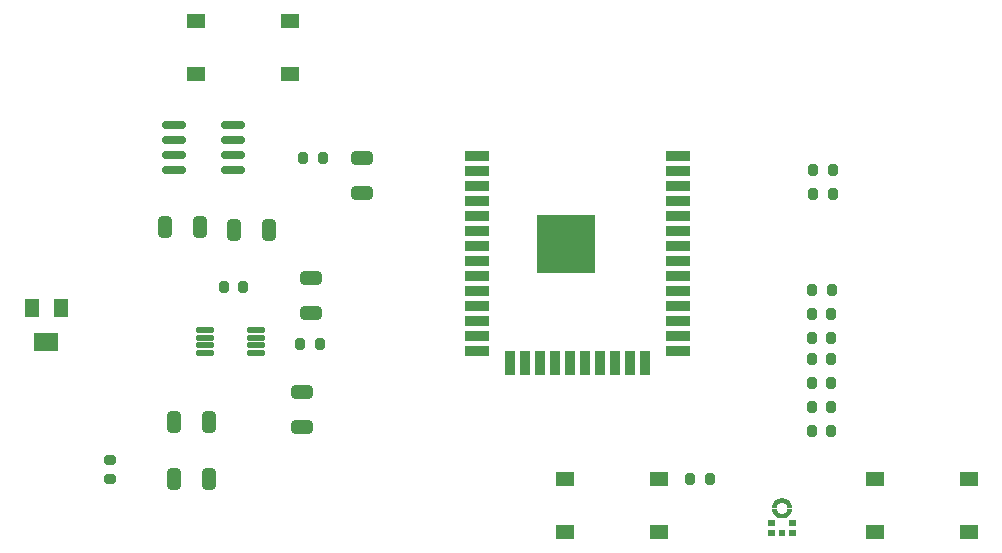
<source format=gbr>
%TF.GenerationSoftware,KiCad,Pcbnew,(6.0.0-rc1-19-g83300c0b61)*%
%TF.CreationDate,2021-11-25T18:24:13-08:00*%
%TF.ProjectId,autotunemic,6175746f-7475-46e6-956d-69632e6b6963,rev?*%
%TF.SameCoordinates,Original*%
%TF.FileFunction,Paste,Top*%
%TF.FilePolarity,Positive*%
%FSLAX46Y46*%
G04 Gerber Fmt 4.6, Leading zero omitted, Abs format (unit mm)*
G04 Created by KiCad (PCBNEW (6.0.0-rc1-19-g83300c0b61)) date 2021-11-25 18:24:13*
%MOMM*%
%LPD*%
G01*
G04 APERTURE LIST*
G04 Aperture macros list*
%AMRoundRect*
0 Rectangle with rounded corners*
0 $1 Rounding radius*
0 $2 $3 $4 $5 $6 $7 $8 $9 X,Y pos of 4 corners*
0 Add a 4 corners polygon primitive as box body*
4,1,4,$2,$3,$4,$5,$6,$7,$8,$9,$2,$3,0*
0 Add four circle primitives for the rounded corners*
1,1,$1+$1,$2,$3*
1,1,$1+$1,$4,$5*
1,1,$1+$1,$6,$7*
1,1,$1+$1,$8,$9*
0 Add four rect primitives between the rounded corners*
20,1,$1+$1,$2,$3,$4,$5,0*
20,1,$1+$1,$4,$5,$6,$7,0*
20,1,$1+$1,$6,$7,$8,$9,0*
20,1,$1+$1,$8,$9,$2,$3,0*%
G04 Aperture macros list end*
%ADD10C,0.001000*%
%ADD11R,1.550000X1.300000*%
%ADD12RoundRect,0.200000X0.200000X0.275000X-0.200000X0.275000X-0.200000X-0.275000X0.200000X-0.275000X0*%
%ADD13RoundRect,0.200000X-0.200000X-0.275000X0.200000X-0.275000X0.200000X0.275000X-0.200000X0.275000X0*%
%ADD14RoundRect,0.250000X0.650000X-0.325000X0.650000X0.325000X-0.650000X0.325000X-0.650000X-0.325000X0*%
%ADD15RoundRect,0.250000X0.325000X0.650000X-0.325000X0.650000X-0.325000X-0.650000X0.325000X-0.650000X0*%
%ADD16RoundRect,0.028800X-0.706200X-0.211200X0.706200X-0.211200X0.706200X0.211200X-0.706200X0.211200X0*%
%ADD17RoundRect,0.250000X-0.325000X-0.650000X0.325000X-0.650000X0.325000X0.650000X-0.325000X0.650000X0*%
%ADD18RoundRect,0.250000X-0.650000X0.325000X-0.650000X-0.325000X0.650000X-0.325000X0.650000X0.325000X0*%
%ADD19R,1.300000X1.600000*%
%ADD20R,2.000000X1.600000*%
%ADD21R,2.000000X0.900000*%
%ADD22R,0.900000X2.000000*%
%ADD23R,5.000000X5.000000*%
%ADD24RoundRect,0.200000X0.275000X-0.200000X0.275000X0.200000X-0.275000X0.200000X-0.275000X-0.200000X0*%
%ADD25RoundRect,0.150000X0.825000X0.150000X-0.825000X0.150000X-0.825000X-0.150000X0.825000X-0.150000X0*%
G04 APERTURE END LIST*
D10*
%TO.C,MK_mic1*%
X171908000Y-151548000D02*
X171887000Y-151546000D01*
X171887000Y-151546000D02*
X171863000Y-151542000D01*
X171863000Y-151542000D02*
X171840000Y-151537000D01*
X171840000Y-151537000D02*
X171817000Y-151531000D01*
X171817000Y-151531000D02*
X171795000Y-151524000D01*
X171795000Y-151524000D02*
X171772000Y-151516000D01*
X171772000Y-151516000D02*
X171750000Y-151507000D01*
X171750000Y-151507000D02*
X171729000Y-151497000D01*
X171729000Y-151497000D02*
X171708000Y-151486000D01*
X171708000Y-151486000D02*
X171688000Y-151474000D01*
X171688000Y-151474000D02*
X171668000Y-151461000D01*
X171668000Y-151461000D02*
X171648000Y-151448000D01*
X171648000Y-151448000D02*
X171630000Y-151433000D01*
X171630000Y-151433000D02*
X171612000Y-151417000D01*
X171612000Y-151417000D02*
X171595000Y-151401000D01*
X171595000Y-151401000D02*
X171579000Y-151384000D01*
X171579000Y-151384000D02*
X171563000Y-151366000D01*
X171563000Y-151366000D02*
X171548000Y-151348000D01*
X171548000Y-151348000D02*
X171535000Y-151328000D01*
X171535000Y-151328000D02*
X171522000Y-151308000D01*
X171522000Y-151308000D02*
X171510000Y-151288000D01*
X171510000Y-151288000D02*
X171499000Y-151267000D01*
X171499000Y-151267000D02*
X171489000Y-151246000D01*
X171489000Y-151246000D02*
X171480000Y-151224000D01*
X171480000Y-151224000D02*
X171472000Y-151201000D01*
X171472000Y-151201000D02*
X171465000Y-151179000D01*
X171465000Y-151179000D02*
X171459000Y-151156000D01*
X171459000Y-151156000D02*
X171454000Y-151133000D01*
X171454000Y-151133000D02*
X171450000Y-151109000D01*
X171450000Y-151109000D02*
X171448000Y-151088000D01*
X171448000Y-151088000D02*
X171148000Y-151088000D01*
X171148000Y-151088000D02*
X171151000Y-151127000D01*
X171151000Y-151127000D02*
X171156000Y-151165000D01*
X171156000Y-151165000D02*
X171163000Y-151204000D01*
X171163000Y-151204000D02*
X171171000Y-151242000D01*
X171171000Y-151242000D02*
X171182000Y-151280000D01*
X171182000Y-151280000D02*
X171194000Y-151318000D01*
X171194000Y-151318000D02*
X171209000Y-151354000D01*
X171209000Y-151354000D02*
X171225000Y-151390000D01*
X171225000Y-151390000D02*
X171242000Y-151425000D01*
X171242000Y-151425000D02*
X171262000Y-151459000D01*
X171262000Y-151459000D02*
X171283000Y-151492000D01*
X171283000Y-151492000D02*
X171305000Y-151525000D01*
X171305000Y-151525000D02*
X171330000Y-151556000D01*
X171330000Y-151556000D02*
X171355000Y-151585000D01*
X171355000Y-151585000D02*
X171382000Y-151614000D01*
X171382000Y-151614000D02*
X171411000Y-151641000D01*
X171411000Y-151641000D02*
X171440000Y-151666000D01*
X171440000Y-151666000D02*
X171471000Y-151691000D01*
X171471000Y-151691000D02*
X171504000Y-151713000D01*
X171504000Y-151713000D02*
X171537000Y-151734000D01*
X171537000Y-151734000D02*
X171571000Y-151754000D01*
X171571000Y-151754000D02*
X171606000Y-151771000D01*
X171606000Y-151771000D02*
X171642000Y-151787000D01*
X171642000Y-151787000D02*
X171678000Y-151802000D01*
X171678000Y-151802000D02*
X171716000Y-151814000D01*
X171716000Y-151814000D02*
X171754000Y-151825000D01*
X171754000Y-151825000D02*
X171792000Y-151833000D01*
X171792000Y-151833000D02*
X171831000Y-151840000D01*
X171831000Y-151840000D02*
X171869000Y-151845000D01*
X171869000Y-151845000D02*
X171908000Y-151848000D01*
X171908000Y-151848000D02*
X171908000Y-151548000D01*
X171908000Y-151548000D02*
X171908000Y-151548000D01*
G36*
X171450000Y-151109000D02*
G01*
X171454000Y-151133000D01*
X171459000Y-151156000D01*
X171465000Y-151179000D01*
X171472000Y-151201000D01*
X171480000Y-151224000D01*
X171489000Y-151246000D01*
X171499000Y-151267000D01*
X171510000Y-151288000D01*
X171522000Y-151308000D01*
X171548000Y-151348000D01*
X171563000Y-151366000D01*
X171579000Y-151384000D01*
X171595000Y-151401000D01*
X171612000Y-151417000D01*
X171630000Y-151433000D01*
X171648000Y-151448000D01*
X171688000Y-151474000D01*
X171708000Y-151486000D01*
X171729000Y-151497000D01*
X171750000Y-151507000D01*
X171772000Y-151516000D01*
X171795000Y-151524000D01*
X171817000Y-151531000D01*
X171840000Y-151537000D01*
X171863000Y-151542000D01*
X171887000Y-151546000D01*
X171908000Y-151548000D01*
X171908000Y-151848000D01*
X171869000Y-151845000D01*
X171831000Y-151840000D01*
X171792000Y-151833000D01*
X171754000Y-151825000D01*
X171716000Y-151814000D01*
X171678000Y-151802000D01*
X171642000Y-151787000D01*
X171606000Y-151771000D01*
X171571000Y-151754000D01*
X171537000Y-151734000D01*
X171504000Y-151713000D01*
X171471000Y-151691000D01*
X171440000Y-151666000D01*
X171411000Y-151641000D01*
X171382000Y-151614000D01*
X171355000Y-151585000D01*
X171330000Y-151556000D01*
X171305000Y-151525000D01*
X171283000Y-151492000D01*
X171262000Y-151459000D01*
X171242000Y-151425000D01*
X171225000Y-151390000D01*
X171209000Y-151354000D01*
X171194000Y-151318000D01*
X171182000Y-151280000D01*
X171171000Y-151242000D01*
X171163000Y-151204000D01*
X171156000Y-151165000D01*
X171151000Y-151127000D01*
X171148000Y-151088000D01*
X171448000Y-151088000D01*
X171450000Y-151109000D01*
G37*
X171450000Y-151109000D02*
X171454000Y-151133000D01*
X171459000Y-151156000D01*
X171465000Y-151179000D01*
X171472000Y-151201000D01*
X171480000Y-151224000D01*
X171489000Y-151246000D01*
X171499000Y-151267000D01*
X171510000Y-151288000D01*
X171522000Y-151308000D01*
X171548000Y-151348000D01*
X171563000Y-151366000D01*
X171579000Y-151384000D01*
X171595000Y-151401000D01*
X171612000Y-151417000D01*
X171630000Y-151433000D01*
X171648000Y-151448000D01*
X171688000Y-151474000D01*
X171708000Y-151486000D01*
X171729000Y-151497000D01*
X171750000Y-151507000D01*
X171772000Y-151516000D01*
X171795000Y-151524000D01*
X171817000Y-151531000D01*
X171840000Y-151537000D01*
X171863000Y-151542000D01*
X171887000Y-151546000D01*
X171908000Y-151548000D01*
X171908000Y-151848000D01*
X171869000Y-151845000D01*
X171831000Y-151840000D01*
X171792000Y-151833000D01*
X171754000Y-151825000D01*
X171716000Y-151814000D01*
X171678000Y-151802000D01*
X171642000Y-151787000D01*
X171606000Y-151771000D01*
X171571000Y-151754000D01*
X171537000Y-151734000D01*
X171504000Y-151713000D01*
X171471000Y-151691000D01*
X171440000Y-151666000D01*
X171411000Y-151641000D01*
X171382000Y-151614000D01*
X171355000Y-151585000D01*
X171330000Y-151556000D01*
X171305000Y-151525000D01*
X171283000Y-151492000D01*
X171262000Y-151459000D01*
X171242000Y-151425000D01*
X171225000Y-151390000D01*
X171209000Y-151354000D01*
X171194000Y-151318000D01*
X171182000Y-151280000D01*
X171171000Y-151242000D01*
X171163000Y-151204000D01*
X171156000Y-151165000D01*
X171151000Y-151127000D01*
X171148000Y-151088000D01*
X171448000Y-151088000D01*
X171450000Y-151109000D01*
X172608000Y-152501000D02*
X172608000Y-152079000D01*
X172608000Y-152079000D02*
X173108000Y-152079000D01*
X173108000Y-152079000D02*
X173108000Y-152501000D01*
X173108000Y-152501000D02*
X172608000Y-152501000D01*
G36*
X173108000Y-152501000D02*
G01*
X172608000Y-152501000D01*
X172608000Y-152079000D01*
X173108000Y-152079000D01*
X173108000Y-152501000D01*
G37*
X173108000Y-152501000D02*
X172608000Y-152501000D01*
X172608000Y-152079000D01*
X173108000Y-152079000D01*
X173108000Y-152501000D01*
X172468000Y-151088000D02*
X172466000Y-151109000D01*
X172466000Y-151109000D02*
X172462000Y-151133000D01*
X172462000Y-151133000D02*
X172457000Y-151156000D01*
X172457000Y-151156000D02*
X172451000Y-151179000D01*
X172451000Y-151179000D02*
X172444000Y-151201000D01*
X172444000Y-151201000D02*
X172436000Y-151224000D01*
X172436000Y-151224000D02*
X172427000Y-151246000D01*
X172427000Y-151246000D02*
X172417000Y-151267000D01*
X172417000Y-151267000D02*
X172406000Y-151288000D01*
X172406000Y-151288000D02*
X172394000Y-151308000D01*
X172394000Y-151308000D02*
X172381000Y-151328000D01*
X172381000Y-151328000D02*
X172368000Y-151348000D01*
X172368000Y-151348000D02*
X172353000Y-151366000D01*
X172353000Y-151366000D02*
X172337000Y-151384000D01*
X172337000Y-151384000D02*
X172321000Y-151401000D01*
X172321000Y-151401000D02*
X172304000Y-151417000D01*
X172304000Y-151417000D02*
X172286000Y-151433000D01*
X172286000Y-151433000D02*
X172268000Y-151448000D01*
X172268000Y-151448000D02*
X172248000Y-151461000D01*
X172248000Y-151461000D02*
X172228000Y-151474000D01*
X172228000Y-151474000D02*
X172208000Y-151486000D01*
X172208000Y-151486000D02*
X172187000Y-151497000D01*
X172187000Y-151497000D02*
X172166000Y-151507000D01*
X172166000Y-151507000D02*
X172144000Y-151516000D01*
X172144000Y-151516000D02*
X172121000Y-151524000D01*
X172121000Y-151524000D02*
X172099000Y-151531000D01*
X172099000Y-151531000D02*
X172076000Y-151537000D01*
X172076000Y-151537000D02*
X172053000Y-151542000D01*
X172053000Y-151542000D02*
X172029000Y-151546000D01*
X172029000Y-151546000D02*
X172008000Y-151548000D01*
X172008000Y-151548000D02*
X172008000Y-151848000D01*
X172008000Y-151848000D02*
X172047000Y-151845000D01*
X172047000Y-151845000D02*
X172085000Y-151840000D01*
X172085000Y-151840000D02*
X172124000Y-151833000D01*
X172124000Y-151833000D02*
X172162000Y-151825000D01*
X172162000Y-151825000D02*
X172200000Y-151814000D01*
X172200000Y-151814000D02*
X172238000Y-151802000D01*
X172238000Y-151802000D02*
X172274000Y-151787000D01*
X172274000Y-151787000D02*
X172310000Y-151771000D01*
X172310000Y-151771000D02*
X172345000Y-151754000D01*
X172345000Y-151754000D02*
X172379000Y-151734000D01*
X172379000Y-151734000D02*
X172412000Y-151713000D01*
X172412000Y-151713000D02*
X172445000Y-151691000D01*
X172445000Y-151691000D02*
X172476000Y-151666000D01*
X172476000Y-151666000D02*
X172505000Y-151641000D01*
X172505000Y-151641000D02*
X172534000Y-151614000D01*
X172534000Y-151614000D02*
X172561000Y-151585000D01*
X172561000Y-151585000D02*
X172586000Y-151556000D01*
X172586000Y-151556000D02*
X172611000Y-151525000D01*
X172611000Y-151525000D02*
X172633000Y-151492000D01*
X172633000Y-151492000D02*
X172654000Y-151459000D01*
X172654000Y-151459000D02*
X172674000Y-151425000D01*
X172674000Y-151425000D02*
X172691000Y-151390000D01*
X172691000Y-151390000D02*
X172707000Y-151354000D01*
X172707000Y-151354000D02*
X172722000Y-151318000D01*
X172722000Y-151318000D02*
X172734000Y-151280000D01*
X172734000Y-151280000D02*
X172745000Y-151242000D01*
X172745000Y-151242000D02*
X172753000Y-151204000D01*
X172753000Y-151204000D02*
X172760000Y-151165000D01*
X172760000Y-151165000D02*
X172765000Y-151127000D01*
X172765000Y-151127000D02*
X172768000Y-151088000D01*
X172768000Y-151088000D02*
X172468000Y-151088000D01*
X172468000Y-151088000D02*
X172468000Y-151088000D01*
G36*
X172765000Y-151127000D02*
G01*
X172760000Y-151165000D01*
X172753000Y-151204000D01*
X172745000Y-151242000D01*
X172734000Y-151280000D01*
X172722000Y-151318000D01*
X172707000Y-151354000D01*
X172691000Y-151390000D01*
X172674000Y-151425000D01*
X172654000Y-151459000D01*
X172633000Y-151492000D01*
X172611000Y-151525000D01*
X172586000Y-151556000D01*
X172561000Y-151585000D01*
X172534000Y-151614000D01*
X172505000Y-151641000D01*
X172476000Y-151666000D01*
X172445000Y-151691000D01*
X172412000Y-151713000D01*
X172379000Y-151734000D01*
X172345000Y-151754000D01*
X172310000Y-151771000D01*
X172274000Y-151787000D01*
X172238000Y-151802000D01*
X172200000Y-151814000D01*
X172162000Y-151825000D01*
X172124000Y-151833000D01*
X172085000Y-151840000D01*
X172047000Y-151845000D01*
X172008000Y-151848000D01*
X172008000Y-151548000D01*
X172029000Y-151546000D01*
X172053000Y-151542000D01*
X172076000Y-151537000D01*
X172099000Y-151531000D01*
X172121000Y-151524000D01*
X172144000Y-151516000D01*
X172166000Y-151507000D01*
X172187000Y-151497000D01*
X172208000Y-151486000D01*
X172228000Y-151474000D01*
X172268000Y-151448000D01*
X172286000Y-151433000D01*
X172304000Y-151417000D01*
X172321000Y-151401000D01*
X172337000Y-151384000D01*
X172353000Y-151366000D01*
X172368000Y-151348000D01*
X172394000Y-151308000D01*
X172406000Y-151288000D01*
X172417000Y-151267000D01*
X172427000Y-151246000D01*
X172436000Y-151224000D01*
X172444000Y-151201000D01*
X172451000Y-151179000D01*
X172457000Y-151156000D01*
X172462000Y-151133000D01*
X172466000Y-151109000D01*
X172468000Y-151088000D01*
X172768000Y-151088000D01*
X172765000Y-151127000D01*
G37*
X172765000Y-151127000D02*
X172760000Y-151165000D01*
X172753000Y-151204000D01*
X172745000Y-151242000D01*
X172734000Y-151280000D01*
X172722000Y-151318000D01*
X172707000Y-151354000D01*
X172691000Y-151390000D01*
X172674000Y-151425000D01*
X172654000Y-151459000D01*
X172633000Y-151492000D01*
X172611000Y-151525000D01*
X172586000Y-151556000D01*
X172561000Y-151585000D01*
X172534000Y-151614000D01*
X172505000Y-151641000D01*
X172476000Y-151666000D01*
X172445000Y-151691000D01*
X172412000Y-151713000D01*
X172379000Y-151734000D01*
X172345000Y-151754000D01*
X172310000Y-151771000D01*
X172274000Y-151787000D01*
X172238000Y-151802000D01*
X172200000Y-151814000D01*
X172162000Y-151825000D01*
X172124000Y-151833000D01*
X172085000Y-151840000D01*
X172047000Y-151845000D01*
X172008000Y-151848000D01*
X172008000Y-151548000D01*
X172029000Y-151546000D01*
X172053000Y-151542000D01*
X172076000Y-151537000D01*
X172099000Y-151531000D01*
X172121000Y-151524000D01*
X172144000Y-151516000D01*
X172166000Y-151507000D01*
X172187000Y-151497000D01*
X172208000Y-151486000D01*
X172228000Y-151474000D01*
X172268000Y-151448000D01*
X172286000Y-151433000D01*
X172304000Y-151417000D01*
X172321000Y-151401000D01*
X172337000Y-151384000D01*
X172353000Y-151366000D01*
X172368000Y-151348000D01*
X172394000Y-151308000D01*
X172406000Y-151288000D01*
X172417000Y-151267000D01*
X172427000Y-151246000D01*
X172436000Y-151224000D01*
X172444000Y-151201000D01*
X172451000Y-151179000D01*
X172457000Y-151156000D01*
X172462000Y-151133000D01*
X172466000Y-151109000D01*
X172468000Y-151088000D01*
X172768000Y-151088000D01*
X172765000Y-151127000D01*
X171448000Y-150988000D02*
X171450000Y-150967000D01*
X171450000Y-150967000D02*
X171454000Y-150943000D01*
X171454000Y-150943000D02*
X171459000Y-150920000D01*
X171459000Y-150920000D02*
X171465000Y-150897000D01*
X171465000Y-150897000D02*
X171472000Y-150875000D01*
X171472000Y-150875000D02*
X171480000Y-150852000D01*
X171480000Y-150852000D02*
X171489000Y-150830000D01*
X171489000Y-150830000D02*
X171499000Y-150809000D01*
X171499000Y-150809000D02*
X171510000Y-150788000D01*
X171510000Y-150788000D02*
X171522000Y-150768000D01*
X171522000Y-150768000D02*
X171535000Y-150748000D01*
X171535000Y-150748000D02*
X171548000Y-150728000D01*
X171548000Y-150728000D02*
X171563000Y-150710000D01*
X171563000Y-150710000D02*
X171579000Y-150692000D01*
X171579000Y-150692000D02*
X171595000Y-150675000D01*
X171595000Y-150675000D02*
X171612000Y-150659000D01*
X171612000Y-150659000D02*
X171630000Y-150643000D01*
X171630000Y-150643000D02*
X171648000Y-150628000D01*
X171648000Y-150628000D02*
X171668000Y-150615000D01*
X171668000Y-150615000D02*
X171688000Y-150602000D01*
X171688000Y-150602000D02*
X171708000Y-150590000D01*
X171708000Y-150590000D02*
X171729000Y-150579000D01*
X171729000Y-150579000D02*
X171750000Y-150569000D01*
X171750000Y-150569000D02*
X171772000Y-150560000D01*
X171772000Y-150560000D02*
X171795000Y-150552000D01*
X171795000Y-150552000D02*
X171817000Y-150545000D01*
X171817000Y-150545000D02*
X171840000Y-150539000D01*
X171840000Y-150539000D02*
X171863000Y-150534000D01*
X171863000Y-150534000D02*
X171887000Y-150530000D01*
X171887000Y-150530000D02*
X171908000Y-150528000D01*
X171908000Y-150528000D02*
X171908000Y-150228000D01*
X171908000Y-150228000D02*
X171869000Y-150231000D01*
X171869000Y-150231000D02*
X171831000Y-150236000D01*
X171831000Y-150236000D02*
X171792000Y-150243000D01*
X171792000Y-150243000D02*
X171754000Y-150251000D01*
X171754000Y-150251000D02*
X171716000Y-150262000D01*
X171716000Y-150262000D02*
X171678000Y-150274000D01*
X171678000Y-150274000D02*
X171642000Y-150289000D01*
X171642000Y-150289000D02*
X171606000Y-150305000D01*
X171606000Y-150305000D02*
X171571000Y-150322000D01*
X171571000Y-150322000D02*
X171537000Y-150342000D01*
X171537000Y-150342000D02*
X171504000Y-150363000D01*
X171504000Y-150363000D02*
X171471000Y-150385000D01*
X171471000Y-150385000D02*
X171440000Y-150410000D01*
X171440000Y-150410000D02*
X171411000Y-150435000D01*
X171411000Y-150435000D02*
X171382000Y-150462000D01*
X171382000Y-150462000D02*
X171355000Y-150491000D01*
X171355000Y-150491000D02*
X171330000Y-150520000D01*
X171330000Y-150520000D02*
X171305000Y-150551000D01*
X171305000Y-150551000D02*
X171283000Y-150584000D01*
X171283000Y-150584000D02*
X171262000Y-150617000D01*
X171262000Y-150617000D02*
X171242000Y-150651000D01*
X171242000Y-150651000D02*
X171225000Y-150686000D01*
X171225000Y-150686000D02*
X171209000Y-150722000D01*
X171209000Y-150722000D02*
X171194000Y-150758000D01*
X171194000Y-150758000D02*
X171182000Y-150796000D01*
X171182000Y-150796000D02*
X171171000Y-150834000D01*
X171171000Y-150834000D02*
X171163000Y-150872000D01*
X171163000Y-150872000D02*
X171156000Y-150911000D01*
X171156000Y-150911000D02*
X171151000Y-150949000D01*
X171151000Y-150949000D02*
X171148000Y-150988000D01*
X171148000Y-150988000D02*
X171448000Y-150988000D01*
X171448000Y-150988000D02*
X171448000Y-150988000D01*
G36*
X171908000Y-150528000D02*
G01*
X171887000Y-150530000D01*
X171863000Y-150534000D01*
X171840000Y-150539000D01*
X171817000Y-150545000D01*
X171795000Y-150552000D01*
X171772000Y-150560000D01*
X171750000Y-150569000D01*
X171729000Y-150579000D01*
X171708000Y-150590000D01*
X171688000Y-150602000D01*
X171648000Y-150628000D01*
X171630000Y-150643000D01*
X171612000Y-150659000D01*
X171595000Y-150675000D01*
X171579000Y-150692000D01*
X171563000Y-150710000D01*
X171548000Y-150728000D01*
X171522000Y-150768000D01*
X171510000Y-150788000D01*
X171499000Y-150809000D01*
X171489000Y-150830000D01*
X171480000Y-150852000D01*
X171472000Y-150875000D01*
X171465000Y-150897000D01*
X171459000Y-150920000D01*
X171454000Y-150943000D01*
X171450000Y-150967000D01*
X171448000Y-150988000D01*
X171148000Y-150988000D01*
X171151000Y-150949000D01*
X171156000Y-150911000D01*
X171163000Y-150872000D01*
X171171000Y-150834000D01*
X171182000Y-150796000D01*
X171194000Y-150758000D01*
X171209000Y-150722000D01*
X171225000Y-150686000D01*
X171242000Y-150651000D01*
X171262000Y-150617000D01*
X171283000Y-150584000D01*
X171305000Y-150551000D01*
X171330000Y-150520000D01*
X171355000Y-150491000D01*
X171382000Y-150462000D01*
X171411000Y-150435000D01*
X171440000Y-150410000D01*
X171471000Y-150385000D01*
X171504000Y-150363000D01*
X171537000Y-150342000D01*
X171571000Y-150322000D01*
X171606000Y-150305000D01*
X171642000Y-150289000D01*
X171678000Y-150274000D01*
X171716000Y-150262000D01*
X171754000Y-150251000D01*
X171792000Y-150243000D01*
X171831000Y-150236000D01*
X171869000Y-150231000D01*
X171908000Y-150228000D01*
X171908000Y-150528000D01*
G37*
X171908000Y-150528000D02*
X171887000Y-150530000D01*
X171863000Y-150534000D01*
X171840000Y-150539000D01*
X171817000Y-150545000D01*
X171795000Y-150552000D01*
X171772000Y-150560000D01*
X171750000Y-150569000D01*
X171729000Y-150579000D01*
X171708000Y-150590000D01*
X171688000Y-150602000D01*
X171648000Y-150628000D01*
X171630000Y-150643000D01*
X171612000Y-150659000D01*
X171595000Y-150675000D01*
X171579000Y-150692000D01*
X171563000Y-150710000D01*
X171548000Y-150728000D01*
X171522000Y-150768000D01*
X171510000Y-150788000D01*
X171499000Y-150809000D01*
X171489000Y-150830000D01*
X171480000Y-150852000D01*
X171472000Y-150875000D01*
X171465000Y-150897000D01*
X171459000Y-150920000D01*
X171454000Y-150943000D01*
X171450000Y-150967000D01*
X171448000Y-150988000D01*
X171148000Y-150988000D01*
X171151000Y-150949000D01*
X171156000Y-150911000D01*
X171163000Y-150872000D01*
X171171000Y-150834000D01*
X171182000Y-150796000D01*
X171194000Y-150758000D01*
X171209000Y-150722000D01*
X171225000Y-150686000D01*
X171242000Y-150651000D01*
X171262000Y-150617000D01*
X171283000Y-150584000D01*
X171305000Y-150551000D01*
X171330000Y-150520000D01*
X171355000Y-150491000D01*
X171382000Y-150462000D01*
X171411000Y-150435000D01*
X171440000Y-150410000D01*
X171471000Y-150385000D01*
X171504000Y-150363000D01*
X171537000Y-150342000D01*
X171571000Y-150322000D01*
X171606000Y-150305000D01*
X171642000Y-150289000D01*
X171678000Y-150274000D01*
X171716000Y-150262000D01*
X171754000Y-150251000D01*
X171792000Y-150243000D01*
X171831000Y-150236000D01*
X171869000Y-150231000D01*
X171908000Y-150228000D01*
X171908000Y-150528000D01*
X170808000Y-153323000D02*
X170808000Y-152901000D01*
X170808000Y-152901000D02*
X171308000Y-152901000D01*
X171308000Y-152901000D02*
X171308000Y-153323000D01*
X171308000Y-153323000D02*
X170808000Y-153323000D01*
G36*
X171308000Y-153323000D02*
G01*
X170808000Y-153323000D01*
X170808000Y-152901000D01*
X171308000Y-152901000D01*
X171308000Y-153323000D01*
G37*
X171308000Y-153323000D02*
X170808000Y-153323000D01*
X170808000Y-152901000D01*
X171308000Y-152901000D01*
X171308000Y-153323000D01*
X172008000Y-150528000D02*
X172029000Y-150530000D01*
X172029000Y-150530000D02*
X172053000Y-150534000D01*
X172053000Y-150534000D02*
X172076000Y-150539000D01*
X172076000Y-150539000D02*
X172099000Y-150545000D01*
X172099000Y-150545000D02*
X172121000Y-150552000D01*
X172121000Y-150552000D02*
X172144000Y-150560000D01*
X172144000Y-150560000D02*
X172166000Y-150569000D01*
X172166000Y-150569000D02*
X172187000Y-150579000D01*
X172187000Y-150579000D02*
X172208000Y-150590000D01*
X172208000Y-150590000D02*
X172228000Y-150602000D01*
X172228000Y-150602000D02*
X172248000Y-150615000D01*
X172248000Y-150615000D02*
X172268000Y-150628000D01*
X172268000Y-150628000D02*
X172286000Y-150643000D01*
X172286000Y-150643000D02*
X172304000Y-150659000D01*
X172304000Y-150659000D02*
X172321000Y-150675000D01*
X172321000Y-150675000D02*
X172337000Y-150692000D01*
X172337000Y-150692000D02*
X172353000Y-150710000D01*
X172353000Y-150710000D02*
X172368000Y-150728000D01*
X172368000Y-150728000D02*
X172381000Y-150748000D01*
X172381000Y-150748000D02*
X172394000Y-150768000D01*
X172394000Y-150768000D02*
X172406000Y-150788000D01*
X172406000Y-150788000D02*
X172417000Y-150809000D01*
X172417000Y-150809000D02*
X172427000Y-150830000D01*
X172427000Y-150830000D02*
X172436000Y-150852000D01*
X172436000Y-150852000D02*
X172444000Y-150875000D01*
X172444000Y-150875000D02*
X172451000Y-150897000D01*
X172451000Y-150897000D02*
X172457000Y-150920000D01*
X172457000Y-150920000D02*
X172462000Y-150943000D01*
X172462000Y-150943000D02*
X172466000Y-150967000D01*
X172466000Y-150967000D02*
X172468000Y-150988000D01*
X172468000Y-150988000D02*
X172768000Y-150988000D01*
X172768000Y-150988000D02*
X172765000Y-150949000D01*
X172765000Y-150949000D02*
X172760000Y-150911000D01*
X172760000Y-150911000D02*
X172753000Y-150872000D01*
X172753000Y-150872000D02*
X172745000Y-150834000D01*
X172745000Y-150834000D02*
X172734000Y-150796000D01*
X172734000Y-150796000D02*
X172722000Y-150758000D01*
X172722000Y-150758000D02*
X172707000Y-150722000D01*
X172707000Y-150722000D02*
X172691000Y-150686000D01*
X172691000Y-150686000D02*
X172674000Y-150651000D01*
X172674000Y-150651000D02*
X172654000Y-150617000D01*
X172654000Y-150617000D02*
X172633000Y-150584000D01*
X172633000Y-150584000D02*
X172611000Y-150551000D01*
X172611000Y-150551000D02*
X172586000Y-150520000D01*
X172586000Y-150520000D02*
X172561000Y-150491000D01*
X172561000Y-150491000D02*
X172534000Y-150462000D01*
X172534000Y-150462000D02*
X172505000Y-150435000D01*
X172505000Y-150435000D02*
X172476000Y-150410000D01*
X172476000Y-150410000D02*
X172445000Y-150385000D01*
X172445000Y-150385000D02*
X172412000Y-150363000D01*
X172412000Y-150363000D02*
X172379000Y-150342000D01*
X172379000Y-150342000D02*
X172345000Y-150322000D01*
X172345000Y-150322000D02*
X172310000Y-150305000D01*
X172310000Y-150305000D02*
X172274000Y-150289000D01*
X172274000Y-150289000D02*
X172238000Y-150274000D01*
X172238000Y-150274000D02*
X172200000Y-150262000D01*
X172200000Y-150262000D02*
X172162000Y-150251000D01*
X172162000Y-150251000D02*
X172124000Y-150243000D01*
X172124000Y-150243000D02*
X172085000Y-150236000D01*
X172085000Y-150236000D02*
X172047000Y-150231000D01*
X172047000Y-150231000D02*
X172008000Y-150228000D01*
X172008000Y-150228000D02*
X172008000Y-150528000D01*
X172008000Y-150528000D02*
X172008000Y-150528000D01*
G36*
X172047000Y-150231000D02*
G01*
X172085000Y-150236000D01*
X172124000Y-150243000D01*
X172162000Y-150251000D01*
X172200000Y-150262000D01*
X172238000Y-150274000D01*
X172274000Y-150289000D01*
X172310000Y-150305000D01*
X172345000Y-150322000D01*
X172379000Y-150342000D01*
X172412000Y-150363000D01*
X172445000Y-150385000D01*
X172476000Y-150410000D01*
X172505000Y-150435000D01*
X172534000Y-150462000D01*
X172561000Y-150491000D01*
X172586000Y-150520000D01*
X172611000Y-150551000D01*
X172633000Y-150584000D01*
X172654000Y-150617000D01*
X172674000Y-150651000D01*
X172691000Y-150686000D01*
X172707000Y-150722000D01*
X172722000Y-150758000D01*
X172734000Y-150796000D01*
X172745000Y-150834000D01*
X172753000Y-150872000D01*
X172760000Y-150911000D01*
X172765000Y-150949000D01*
X172768000Y-150988000D01*
X172468000Y-150988000D01*
X172466000Y-150967000D01*
X172462000Y-150943000D01*
X172457000Y-150920000D01*
X172451000Y-150897000D01*
X172444000Y-150875000D01*
X172436000Y-150852000D01*
X172427000Y-150830000D01*
X172417000Y-150809000D01*
X172406000Y-150788000D01*
X172394000Y-150768000D01*
X172368000Y-150728000D01*
X172353000Y-150710000D01*
X172337000Y-150692000D01*
X172321000Y-150675000D01*
X172304000Y-150659000D01*
X172286000Y-150643000D01*
X172268000Y-150628000D01*
X172228000Y-150602000D01*
X172208000Y-150590000D01*
X172187000Y-150579000D01*
X172166000Y-150569000D01*
X172144000Y-150560000D01*
X172121000Y-150552000D01*
X172099000Y-150545000D01*
X172076000Y-150539000D01*
X172053000Y-150534000D01*
X172029000Y-150530000D01*
X172008000Y-150528000D01*
X172008000Y-150228000D01*
X172047000Y-150231000D01*
G37*
X172047000Y-150231000D02*
X172085000Y-150236000D01*
X172124000Y-150243000D01*
X172162000Y-150251000D01*
X172200000Y-150262000D01*
X172238000Y-150274000D01*
X172274000Y-150289000D01*
X172310000Y-150305000D01*
X172345000Y-150322000D01*
X172379000Y-150342000D01*
X172412000Y-150363000D01*
X172445000Y-150385000D01*
X172476000Y-150410000D01*
X172505000Y-150435000D01*
X172534000Y-150462000D01*
X172561000Y-150491000D01*
X172586000Y-150520000D01*
X172611000Y-150551000D01*
X172633000Y-150584000D01*
X172654000Y-150617000D01*
X172674000Y-150651000D01*
X172691000Y-150686000D01*
X172707000Y-150722000D01*
X172722000Y-150758000D01*
X172734000Y-150796000D01*
X172745000Y-150834000D01*
X172753000Y-150872000D01*
X172760000Y-150911000D01*
X172765000Y-150949000D01*
X172768000Y-150988000D01*
X172468000Y-150988000D01*
X172466000Y-150967000D01*
X172462000Y-150943000D01*
X172457000Y-150920000D01*
X172451000Y-150897000D01*
X172444000Y-150875000D01*
X172436000Y-150852000D01*
X172427000Y-150830000D01*
X172417000Y-150809000D01*
X172406000Y-150788000D01*
X172394000Y-150768000D01*
X172368000Y-150728000D01*
X172353000Y-150710000D01*
X172337000Y-150692000D01*
X172321000Y-150675000D01*
X172304000Y-150659000D01*
X172286000Y-150643000D01*
X172268000Y-150628000D01*
X172228000Y-150602000D01*
X172208000Y-150590000D01*
X172187000Y-150579000D01*
X172166000Y-150569000D01*
X172144000Y-150560000D01*
X172121000Y-150552000D01*
X172099000Y-150545000D01*
X172076000Y-150539000D01*
X172053000Y-150534000D01*
X172029000Y-150530000D01*
X172008000Y-150528000D01*
X172008000Y-150228000D01*
X172047000Y-150231000D01*
X172608000Y-153323000D02*
X172608000Y-152901000D01*
X172608000Y-152901000D02*
X173108000Y-152901000D01*
X173108000Y-152901000D02*
X173108000Y-153323000D01*
X173108000Y-153323000D02*
X172608000Y-153323000D01*
G36*
X173108000Y-153323000D02*
G01*
X172608000Y-153323000D01*
X172608000Y-152901000D01*
X173108000Y-152901000D01*
X173108000Y-153323000D01*
G37*
X173108000Y-153323000D02*
X172608000Y-153323000D01*
X172608000Y-152901000D01*
X173108000Y-152901000D01*
X173108000Y-153323000D01*
X170808000Y-152501000D02*
X170808000Y-152079000D01*
X170808000Y-152079000D02*
X171308000Y-152079000D01*
X171308000Y-152079000D02*
X171308000Y-152501000D01*
X171308000Y-152501000D02*
X170808000Y-152501000D01*
G36*
X171308000Y-152501000D02*
G01*
X170808000Y-152501000D01*
X170808000Y-152079000D01*
X171308000Y-152079000D01*
X171308000Y-152501000D01*
G37*
X171308000Y-152501000D02*
X170808000Y-152501000D01*
X170808000Y-152079000D01*
X171308000Y-152079000D01*
X171308000Y-152501000D01*
X171708000Y-153323000D02*
X171708000Y-152901000D01*
X171708000Y-152901000D02*
X172208000Y-152901000D01*
X172208000Y-152901000D02*
X172208000Y-153323000D01*
X172208000Y-153323000D02*
X171708000Y-153323000D01*
G36*
X172208000Y-153323000D02*
G01*
X171708000Y-153323000D01*
X171708000Y-152901000D01*
X172208000Y-152901000D01*
X172208000Y-153323000D01*
G37*
X172208000Y-153323000D02*
X171708000Y-153323000D01*
X171708000Y-152901000D01*
X172208000Y-152901000D01*
X172208000Y-153323000D01*
%TD*%
D11*
%TO.C,SW_record1*%
X153584000Y-153090000D03*
X161544000Y-153090000D03*
X153584000Y-148590000D03*
X161544000Y-148590000D03*
%TD*%
D12*
%TO.C,R_IO21*%
X176213000Y-132588000D03*
X174563000Y-132588000D03*
%TD*%
D13*
%TO.C,R_p1*%
X131446000Y-121412000D03*
X133096000Y-121412000D03*
%TD*%
D14*
%TO.C,C_amp1*%
X132080000Y-134522000D03*
X132080000Y-131572000D03*
%TD*%
D15*
%TO.C,C_bc2*%
X128524000Y-127508000D03*
X125574000Y-127508000D03*
%TD*%
D16*
%TO.C,U_amplifier1*%
X123126000Y-135971996D03*
X123126000Y-136621996D03*
X123126000Y-137271996D03*
X123126000Y-137921996D03*
X127426000Y-137921996D03*
X127426000Y-137271996D03*
X127426000Y-136621996D03*
X127426000Y-135971996D03*
%TD*%
D17*
%TO.C,C_bc1*%
X119732000Y-127254000D03*
X122682000Y-127254000D03*
%TD*%
D12*
%TO.C,R_ampp1*%
X132842000Y-137160000D03*
X131192000Y-137160000D03*
%TD*%
D17*
%TO.C,C_amp3*%
X120494000Y-143764000D03*
X123444000Y-143764000D03*
%TD*%
D18*
%TO.C,C_p2*%
X136398000Y-121412000D03*
X136398000Y-124362000D03*
%TD*%
D12*
%TO.C,R_IO22*%
X176276000Y-124460000D03*
X174626000Y-124460000D03*
%TD*%
%TO.C,R_IO13*%
X176276000Y-122428000D03*
X174626000Y-122428000D03*
%TD*%
%TO.C,R_IO19*%
X176150000Y-134620000D03*
X174500000Y-134620000D03*
%TD*%
%TO.C,R_IO17*%
X176150000Y-140462000D03*
X174500000Y-140462000D03*
%TD*%
D19*
%TO.C,RV_pot1*%
X110958000Y-134112000D03*
D20*
X109708000Y-137012000D03*
D19*
X108458000Y-134112000D03*
%TD*%
D12*
%TO.C,R_IO16*%
X176150000Y-142494000D03*
X174500000Y-142494000D03*
%TD*%
%TO.C,R_IO18*%
X176150000Y-136652000D03*
X174500000Y-136652000D03*
%TD*%
D15*
%TO.C,C_amp2*%
X123444000Y-148590000D03*
X120494000Y-148590000D03*
%TD*%
D13*
%TO.C,R_pd1*%
X164212000Y-148590000D03*
X165862000Y-148590000D03*
%TD*%
D18*
%TO.C,C_amp4*%
X131318000Y-141224000D03*
X131318000Y-144174000D03*
%TD*%
D12*
%TO.C,R_IO15*%
X176150000Y-138430000D03*
X174500000Y-138430000D03*
%TD*%
D21*
%TO.C,U_MCU1*%
X146190000Y-121235000D03*
X146190000Y-122505000D03*
X146190000Y-123775000D03*
X146190000Y-125045000D03*
X146190000Y-126315000D03*
X146190000Y-127585000D03*
X146190000Y-128855000D03*
X146190000Y-130125000D03*
X146190000Y-131395000D03*
X146190000Y-132665000D03*
X146190000Y-133935000D03*
X146190000Y-135205000D03*
X146190000Y-136475000D03*
X146190000Y-137745000D03*
D22*
X148975000Y-138745000D03*
X150245000Y-138745000D03*
X151515000Y-138745000D03*
X152785000Y-138745000D03*
X154055000Y-138745000D03*
X155325000Y-138745000D03*
X156595000Y-138745000D03*
X157865000Y-138745000D03*
X159135000Y-138745000D03*
X160405000Y-138745000D03*
D21*
X163190000Y-137745000D03*
X163190000Y-136475000D03*
X163190000Y-135205000D03*
X163190000Y-133935000D03*
X163190000Y-132665000D03*
X163190000Y-131395000D03*
X163190000Y-130125000D03*
X163190000Y-128855000D03*
X163190000Y-127585000D03*
X163190000Y-126315000D03*
X163190000Y-125045000D03*
X163190000Y-123775000D03*
X163190000Y-122505000D03*
X163190000Y-121235000D03*
D23*
X153690000Y-128735000D03*
%TD*%
D11*
%TO.C,SW_flash1*%
X187821000Y-148590000D03*
X179861000Y-148590000D03*
X179861000Y-153090000D03*
X187821000Y-153090000D03*
%TD*%
%TO.C,SW_reset1*%
X122342000Y-114300000D03*
X130302000Y-114300000D03*
X130302000Y-109800000D03*
X122342000Y-109800000D03*
%TD*%
D24*
%TO.C,R_amp2*%
X115062000Y-148590000D03*
X115062000Y-146940000D03*
%TD*%
D13*
%TO.C,R_amp1*%
X124714000Y-132334000D03*
X126364000Y-132334000D03*
%TD*%
D25*
%TO.C,U_bc1*%
X125476000Y-122428000D03*
X125476000Y-121158000D03*
X125476000Y-119888000D03*
X125476000Y-118618000D03*
X120526000Y-118618000D03*
X120526000Y-119888000D03*
X120526000Y-121158000D03*
X120526000Y-122428000D03*
%TD*%
D12*
%TO.C,R_IO23*%
X176148000Y-144526000D03*
X174498000Y-144526000D03*
%TD*%
M02*

</source>
